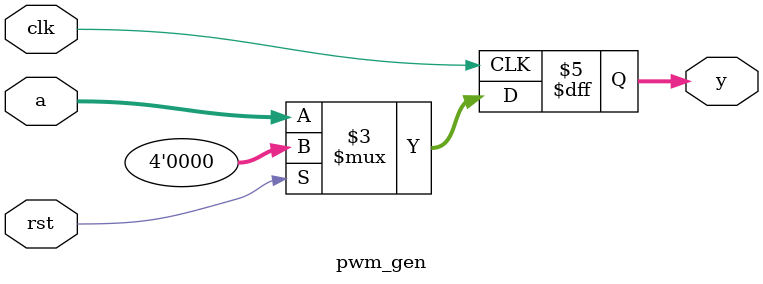
<source format=v>
/* 
 * Corevexis Semiconductor 
 * Example 29: PWM GEN 
 */

module pwm_gen (
    input clk,
    input rst,
    input [3:0] a,
    output reg [3:0] y
);

always @(posedge clk) begin
    if(rst) y <= 4'b0;
    else y <= a; 
end

endmodule
</source>
